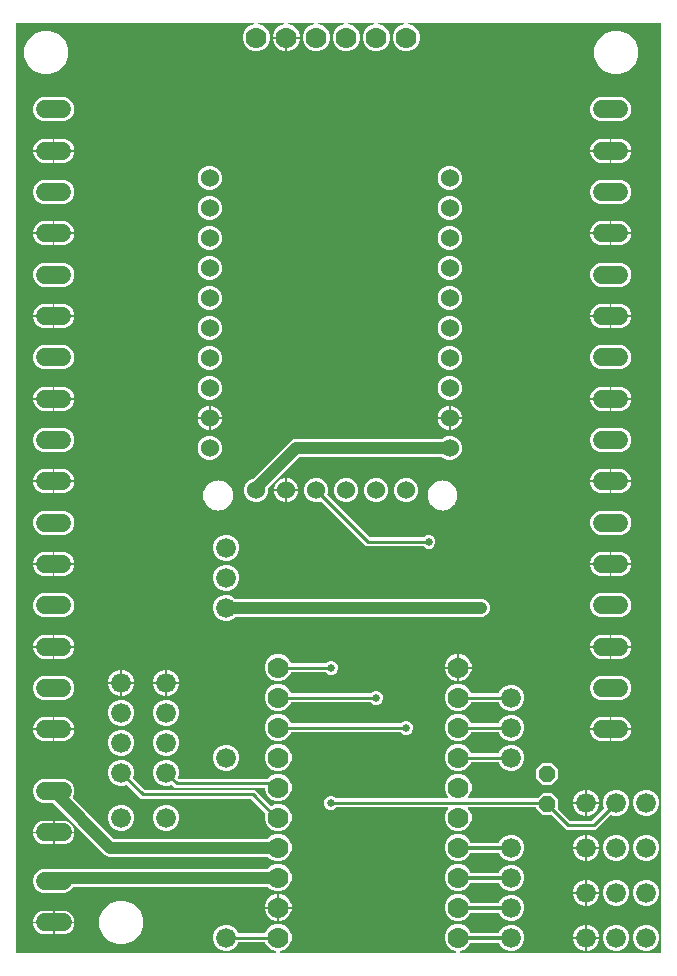
<source format=gbr>
G04 EAGLE Gerber RS-274X export*
G75*
%MOMM*%
%FSLAX34Y34*%
%LPD*%
%INBottom Copper*%
%IPPOS*%
%AMOC8*
5,1,8,0,0,1.08239X$1,22.5*%
G01*
G04 Define Apertures*
%ADD10C,1.508000*%
%ADD11C,1.524000*%
%ADD12P,1.429621X8X112.500000*%
%ADD13C,1.676400*%
%ADD14C,1.778000*%
%ADD15C,1.016000*%
%ADD16C,0.654800*%
%ADD17C,0.254000*%
%ADD18C,0.304800*%
G36*
X232290Y101650D02*
X232498Y101793D01*
X232634Y102006D01*
X232677Y102255D01*
X232619Y102501D01*
X232469Y102705D01*
X232285Y102822D01*
X227967Y104610D01*
X224752Y107825D01*
X223811Y110098D01*
X223670Y110308D01*
X223458Y110445D01*
X223224Y110490D01*
X201168Y110490D01*
X200920Y110440D01*
X200712Y110297D01*
X200581Y110098D01*
X199759Y108113D01*
X196687Y105041D01*
X192673Y103378D01*
X188327Y103378D01*
X184313Y105041D01*
X181241Y108113D01*
X179578Y112127D01*
X179578Y116473D01*
X181241Y120487D01*
X184313Y123559D01*
X188327Y125222D01*
X192673Y125222D01*
X196687Y123559D01*
X199759Y120487D01*
X200581Y118502D01*
X200723Y118292D01*
X200934Y118155D01*
X201168Y118110D01*
X223224Y118110D01*
X223472Y118160D01*
X223680Y118303D01*
X223811Y118502D01*
X224752Y120775D01*
X227967Y123990D01*
X232168Y125730D01*
X236716Y125730D01*
X240917Y123990D01*
X244132Y120775D01*
X245872Y116574D01*
X245872Y112026D01*
X244132Y107825D01*
X240917Y104610D01*
X236599Y102822D01*
X236389Y102680D01*
X236251Y102469D01*
X236207Y102220D01*
X236263Y101973D01*
X236411Y101768D01*
X236627Y101637D01*
X236842Y101600D01*
X384442Y101600D01*
X384690Y101650D01*
X384898Y101793D01*
X385034Y102006D01*
X385077Y102255D01*
X385019Y102501D01*
X384869Y102705D01*
X384685Y102822D01*
X380367Y104610D01*
X377152Y107825D01*
X375412Y112026D01*
X375412Y116574D01*
X377152Y120775D01*
X380367Y123990D01*
X384568Y125730D01*
X389116Y125730D01*
X393317Y123990D01*
X396532Y120775D01*
X397368Y118756D01*
X397509Y118546D01*
X397721Y118409D01*
X397955Y118364D01*
X421237Y118364D01*
X421485Y118414D01*
X421693Y118557D01*
X421824Y118756D01*
X422541Y120487D01*
X425613Y123559D01*
X429627Y125222D01*
X433973Y125222D01*
X437987Y123559D01*
X441059Y120487D01*
X442722Y116473D01*
X442722Y112127D01*
X441059Y108113D01*
X437987Y105041D01*
X433973Y103378D01*
X429627Y103378D01*
X425613Y105041D01*
X422541Y108113D01*
X421824Y109844D01*
X421683Y110054D01*
X421471Y110191D01*
X421237Y110236D01*
X397955Y110236D01*
X397707Y110186D01*
X397499Y110043D01*
X397368Y109844D01*
X396532Y107825D01*
X393317Y104610D01*
X388999Y102822D01*
X388789Y102680D01*
X388651Y102469D01*
X388607Y102220D01*
X388663Y101973D01*
X388811Y101768D01*
X389027Y101637D01*
X389242Y101600D01*
X558165Y101600D01*
X558413Y101650D01*
X558621Y101793D01*
X558757Y102006D01*
X558800Y102235D01*
X558800Y888365D01*
X558750Y888613D01*
X558607Y888821D01*
X558394Y888957D01*
X558165Y889000D01*
X345300Y889000D01*
X345052Y888950D01*
X344844Y888807D01*
X344708Y888594D01*
X344665Y888345D01*
X344723Y888099D01*
X344873Y887895D01*
X345057Y887778D01*
X349375Y885990D01*
X352590Y882775D01*
X354330Y878574D01*
X354330Y874026D01*
X352590Y869825D01*
X349375Y866610D01*
X345174Y864870D01*
X340626Y864870D01*
X336425Y866610D01*
X333210Y869825D01*
X331470Y874026D01*
X331470Y878574D01*
X333210Y882775D01*
X336425Y885990D01*
X340743Y887778D01*
X340953Y887920D01*
X341091Y888131D01*
X341135Y888380D01*
X341079Y888627D01*
X340931Y888832D01*
X340715Y888963D01*
X340500Y889000D01*
X319900Y889000D01*
X319652Y888950D01*
X319444Y888807D01*
X319308Y888594D01*
X319265Y888345D01*
X319323Y888099D01*
X319473Y887895D01*
X319657Y887778D01*
X323975Y885990D01*
X327190Y882775D01*
X328930Y878574D01*
X328930Y874026D01*
X327190Y869825D01*
X323975Y866610D01*
X319774Y864870D01*
X315226Y864870D01*
X311025Y866610D01*
X307810Y869825D01*
X306070Y874026D01*
X306070Y878574D01*
X307810Y882775D01*
X311025Y885990D01*
X315343Y887778D01*
X315553Y887920D01*
X315691Y888131D01*
X315735Y888380D01*
X315679Y888627D01*
X315531Y888832D01*
X315315Y888963D01*
X315100Y889000D01*
X294500Y889000D01*
X294252Y888950D01*
X294044Y888807D01*
X293908Y888594D01*
X293865Y888345D01*
X293923Y888099D01*
X294073Y887895D01*
X294257Y887778D01*
X298575Y885990D01*
X301790Y882775D01*
X303530Y878574D01*
X303530Y874026D01*
X301790Y869825D01*
X298575Y866610D01*
X294374Y864870D01*
X289826Y864870D01*
X285625Y866610D01*
X282410Y869825D01*
X280670Y874026D01*
X280670Y878574D01*
X282410Y882775D01*
X285625Y885990D01*
X289943Y887778D01*
X290153Y887920D01*
X290291Y888131D01*
X290335Y888380D01*
X290279Y888627D01*
X290131Y888832D01*
X289915Y888963D01*
X289700Y889000D01*
X269100Y889000D01*
X268852Y888950D01*
X268644Y888807D01*
X268508Y888594D01*
X268465Y888345D01*
X268523Y888099D01*
X268673Y887895D01*
X268857Y887778D01*
X273175Y885990D01*
X276390Y882775D01*
X278130Y878574D01*
X278130Y874026D01*
X276390Y869825D01*
X273175Y866610D01*
X268974Y864870D01*
X264426Y864870D01*
X260225Y866610D01*
X257010Y869825D01*
X255270Y874026D01*
X255270Y878574D01*
X257010Y882775D01*
X260225Y885990D01*
X264543Y887778D01*
X264753Y887920D01*
X264891Y888131D01*
X264935Y888380D01*
X264879Y888627D01*
X264731Y888832D01*
X264515Y888963D01*
X264300Y889000D01*
X243700Y889000D01*
X243452Y888950D01*
X243244Y888807D01*
X243108Y888594D01*
X243065Y888345D01*
X243123Y888099D01*
X243273Y887895D01*
X243457Y887778D01*
X247775Y885990D01*
X250990Y882775D01*
X252730Y878574D01*
X252730Y877062D01*
X229870Y877062D01*
X229870Y878574D01*
X231610Y882775D01*
X234825Y885990D01*
X239143Y887778D01*
X239353Y887920D01*
X239491Y888131D01*
X239535Y888380D01*
X239479Y888627D01*
X239331Y888832D01*
X239115Y888963D01*
X238900Y889000D01*
X218300Y889000D01*
X218052Y888950D01*
X217844Y888807D01*
X217708Y888594D01*
X217665Y888345D01*
X217723Y888099D01*
X217873Y887895D01*
X218057Y887778D01*
X222375Y885990D01*
X225590Y882775D01*
X227330Y878574D01*
X227330Y874026D01*
X225590Y869825D01*
X222375Y866610D01*
X218174Y864870D01*
X213626Y864870D01*
X209425Y866610D01*
X206210Y869825D01*
X204470Y874026D01*
X204470Y878574D01*
X206210Y882775D01*
X209425Y885990D01*
X213743Y887778D01*
X213953Y887920D01*
X214091Y888131D01*
X214135Y888380D01*
X214079Y888627D01*
X213931Y888832D01*
X213715Y888963D01*
X213500Y889000D01*
X13335Y889000D01*
X13087Y888950D01*
X12879Y888807D01*
X12743Y888594D01*
X12700Y888365D01*
X12700Y102235D01*
X12750Y101987D01*
X12893Y101779D01*
X13106Y101643D01*
X13335Y101600D01*
X232042Y101600D01*
X232290Y101650D01*
G37*
%LPC*%
G36*
X517037Y845185D02*
X510269Y847989D01*
X505089Y853169D01*
X502285Y859937D01*
X502285Y867263D01*
X505089Y874031D01*
X510269Y879211D01*
X517037Y882015D01*
X524363Y882015D01*
X531131Y879211D01*
X536311Y874031D01*
X539115Y867263D01*
X539115Y859937D01*
X536311Y853169D01*
X531131Y847989D01*
X524363Y845185D01*
X517037Y845185D01*
G37*
G36*
X34437Y845185D02*
X27669Y847989D01*
X22489Y853169D01*
X19685Y859937D01*
X19685Y867263D01*
X22489Y874031D01*
X27669Y879211D01*
X34437Y882015D01*
X41763Y882015D01*
X48531Y879211D01*
X53711Y874031D01*
X56515Y867263D01*
X56515Y859937D01*
X53711Y853169D01*
X48531Y847989D01*
X41763Y845185D01*
X34437Y845185D01*
G37*
G36*
X242062Y864870D02*
X242062Y875538D01*
X252730Y875538D01*
X252730Y874026D01*
X250990Y869825D01*
X247775Y866610D01*
X243574Y864870D01*
X242062Y864870D01*
G37*
G36*
X239026Y864870D02*
X234825Y866610D01*
X231610Y869825D01*
X229870Y874026D01*
X229870Y875538D01*
X240538Y875538D01*
X240538Y864870D01*
X239026Y864870D01*
G37*
G36*
X34855Y805620D02*
X31150Y807155D01*
X28315Y809990D01*
X26780Y813695D01*
X26780Y817705D01*
X28315Y821410D01*
X31150Y824245D01*
X34855Y825780D01*
X53945Y825780D01*
X57650Y824245D01*
X60485Y821410D01*
X62020Y817705D01*
X62020Y813695D01*
X60485Y809990D01*
X57650Y807155D01*
X53945Y805620D01*
X34855Y805620D01*
G37*
G36*
X506455Y805620D02*
X502750Y807155D01*
X499915Y809990D01*
X498380Y813695D01*
X498380Y817705D01*
X499915Y821410D01*
X502750Y824245D01*
X506455Y825780D01*
X525545Y825780D01*
X529250Y824245D01*
X532085Y821410D01*
X533620Y817705D01*
X533620Y813695D01*
X532085Y809990D01*
X529250Y807155D01*
X525545Y805620D01*
X506455Y805620D01*
G37*
G36*
X26780Y781462D02*
X26780Y782705D01*
X28315Y786410D01*
X31150Y789245D01*
X34855Y790780D01*
X43638Y790780D01*
X43638Y781462D01*
X26780Y781462D01*
G37*
G36*
X516762Y781462D02*
X516762Y790780D01*
X525545Y790780D01*
X529250Y789245D01*
X532085Y786410D01*
X533620Y782705D01*
X533620Y781462D01*
X516762Y781462D01*
G37*
G36*
X45162Y781462D02*
X45162Y790780D01*
X53945Y790780D01*
X57650Y789245D01*
X60485Y786410D01*
X62020Y782705D01*
X62020Y781462D01*
X45162Y781462D01*
G37*
G36*
X498380Y781462D02*
X498380Y782705D01*
X499915Y786410D01*
X502750Y789245D01*
X506455Y790780D01*
X515238Y790780D01*
X515238Y781462D01*
X498380Y781462D01*
G37*
G36*
X506455Y770620D02*
X502750Y772155D01*
X499915Y774990D01*
X498380Y778695D01*
X498380Y779938D01*
X515238Y779938D01*
X515238Y770620D01*
X506455Y770620D01*
G37*
G36*
X516762Y770620D02*
X516762Y779938D01*
X533620Y779938D01*
X533620Y778695D01*
X532085Y774990D01*
X529250Y772155D01*
X525545Y770620D01*
X516762Y770620D01*
G37*
G36*
X45162Y770620D02*
X45162Y779938D01*
X62020Y779938D01*
X62020Y778695D01*
X60485Y774990D01*
X57650Y772155D01*
X53945Y770620D01*
X45162Y770620D01*
G37*
G36*
X34855Y770620D02*
X31150Y772155D01*
X28315Y774990D01*
X26780Y778695D01*
X26780Y779938D01*
X43638Y779938D01*
X43638Y770620D01*
X34855Y770620D01*
G37*
G36*
X377701Y747250D02*
X373967Y748797D01*
X371109Y751655D01*
X369562Y755389D01*
X369562Y759431D01*
X371109Y763165D01*
X373967Y766023D01*
X377701Y767570D01*
X381743Y767570D01*
X385478Y766023D01*
X388336Y763165D01*
X389882Y759431D01*
X389882Y755389D01*
X388336Y751655D01*
X385478Y748797D01*
X381743Y747250D01*
X377701Y747250D01*
G37*
G36*
X174501Y747250D02*
X170767Y748797D01*
X167909Y751655D01*
X166362Y755389D01*
X166362Y759431D01*
X167909Y763165D01*
X170767Y766023D01*
X174501Y767570D01*
X178543Y767570D01*
X182278Y766023D01*
X185136Y763165D01*
X186682Y759431D01*
X186682Y755389D01*
X185136Y751655D01*
X182278Y748797D01*
X178543Y747250D01*
X174501Y747250D01*
G37*
G36*
X506455Y735620D02*
X502750Y737155D01*
X499915Y739990D01*
X498380Y743695D01*
X498380Y747705D01*
X499915Y751410D01*
X502750Y754245D01*
X506455Y755780D01*
X525545Y755780D01*
X529250Y754245D01*
X532085Y751410D01*
X533620Y747705D01*
X533620Y743695D01*
X532085Y739990D01*
X529250Y737155D01*
X525545Y735620D01*
X506455Y735620D01*
G37*
G36*
X34855Y735620D02*
X31150Y737155D01*
X28315Y739990D01*
X26780Y743695D01*
X26780Y747705D01*
X28315Y751410D01*
X31150Y754245D01*
X34855Y755780D01*
X53945Y755780D01*
X57650Y754245D01*
X60485Y751410D01*
X62020Y747705D01*
X62020Y743695D01*
X60485Y739990D01*
X57650Y737155D01*
X53945Y735620D01*
X34855Y735620D01*
G37*
G36*
X377701Y721850D02*
X373967Y723397D01*
X371109Y726255D01*
X369562Y729989D01*
X369562Y734031D01*
X371109Y737765D01*
X373967Y740623D01*
X377701Y742170D01*
X381743Y742170D01*
X385478Y740623D01*
X388336Y737765D01*
X389882Y734031D01*
X389882Y729989D01*
X388336Y726255D01*
X385478Y723397D01*
X381743Y721850D01*
X377701Y721850D01*
G37*
G36*
X174501Y721850D02*
X170767Y723397D01*
X167909Y726255D01*
X166362Y729989D01*
X166362Y734031D01*
X167909Y737765D01*
X170767Y740623D01*
X174501Y742170D01*
X178543Y742170D01*
X182278Y740623D01*
X185136Y737765D01*
X186682Y734031D01*
X186682Y729989D01*
X185136Y726255D01*
X182278Y723397D01*
X178543Y721850D01*
X174501Y721850D01*
G37*
G36*
X26780Y711462D02*
X26780Y712705D01*
X28315Y716410D01*
X31150Y719245D01*
X34855Y720780D01*
X43638Y720780D01*
X43638Y711462D01*
X26780Y711462D01*
G37*
G36*
X498380Y711462D02*
X498380Y712705D01*
X499915Y716410D01*
X502750Y719245D01*
X506455Y720780D01*
X515238Y720780D01*
X515238Y711462D01*
X498380Y711462D01*
G37*
G36*
X516762Y711462D02*
X516762Y720780D01*
X525545Y720780D01*
X529250Y719245D01*
X532085Y716410D01*
X533620Y712705D01*
X533620Y711462D01*
X516762Y711462D01*
G37*
G36*
X45162Y711462D02*
X45162Y720780D01*
X53945Y720780D01*
X57650Y719245D01*
X60485Y716410D01*
X62020Y712705D01*
X62020Y711462D01*
X45162Y711462D01*
G37*
G36*
X174501Y696450D02*
X170767Y697997D01*
X167909Y700855D01*
X166362Y704589D01*
X166362Y708631D01*
X167909Y712365D01*
X170767Y715223D01*
X174501Y716770D01*
X178543Y716770D01*
X182278Y715223D01*
X185136Y712365D01*
X186682Y708631D01*
X186682Y704589D01*
X185136Y700855D01*
X182278Y697997D01*
X178543Y696450D01*
X174501Y696450D01*
G37*
G36*
X377701Y696450D02*
X373967Y697997D01*
X371109Y700855D01*
X369562Y704589D01*
X369562Y708631D01*
X371109Y712365D01*
X373967Y715223D01*
X377701Y716770D01*
X381743Y716770D01*
X385478Y715223D01*
X388336Y712365D01*
X389882Y708631D01*
X389882Y704589D01*
X388336Y700855D01*
X385478Y697997D01*
X381743Y696450D01*
X377701Y696450D01*
G37*
G36*
X34855Y700620D02*
X31150Y702155D01*
X28315Y704990D01*
X26780Y708695D01*
X26780Y709938D01*
X43638Y709938D01*
X43638Y700620D01*
X34855Y700620D01*
G37*
G36*
X45162Y700620D02*
X45162Y709938D01*
X62020Y709938D01*
X62020Y708695D01*
X60485Y704990D01*
X57650Y702155D01*
X53945Y700620D01*
X45162Y700620D01*
G37*
G36*
X516762Y700620D02*
X516762Y709938D01*
X533620Y709938D01*
X533620Y708695D01*
X532085Y704990D01*
X529250Y702155D01*
X525545Y700620D01*
X516762Y700620D01*
G37*
G36*
X506455Y700620D02*
X502750Y702155D01*
X499915Y704990D01*
X498380Y708695D01*
X498380Y709938D01*
X515238Y709938D01*
X515238Y700620D01*
X506455Y700620D01*
G37*
G36*
X377701Y671050D02*
X373967Y672597D01*
X371109Y675455D01*
X369562Y679189D01*
X369562Y683231D01*
X371109Y686965D01*
X373967Y689823D01*
X377701Y691370D01*
X381743Y691370D01*
X385478Y689823D01*
X388336Y686965D01*
X389882Y683231D01*
X389882Y679189D01*
X388336Y675455D01*
X385478Y672597D01*
X381743Y671050D01*
X377701Y671050D01*
G37*
G36*
X174501Y671050D02*
X170767Y672597D01*
X167909Y675455D01*
X166362Y679189D01*
X166362Y683231D01*
X167909Y686965D01*
X170767Y689823D01*
X174501Y691370D01*
X178543Y691370D01*
X182278Y689823D01*
X185136Y686965D01*
X186682Y683231D01*
X186682Y679189D01*
X185136Y675455D01*
X182278Y672597D01*
X178543Y671050D01*
X174501Y671050D01*
G37*
G36*
X34855Y665620D02*
X31150Y667155D01*
X28315Y669990D01*
X26780Y673695D01*
X26780Y677705D01*
X28315Y681410D01*
X31150Y684245D01*
X34855Y685780D01*
X53945Y685780D01*
X57650Y684245D01*
X60485Y681410D01*
X62020Y677705D01*
X62020Y673695D01*
X60485Y669990D01*
X57650Y667155D01*
X53945Y665620D01*
X34855Y665620D01*
G37*
G36*
X506455Y665620D02*
X502750Y667155D01*
X499915Y669990D01*
X498380Y673695D01*
X498380Y677705D01*
X499915Y681410D01*
X502750Y684245D01*
X506455Y685780D01*
X525545Y685780D01*
X529250Y684245D01*
X532085Y681410D01*
X533620Y677705D01*
X533620Y673695D01*
X532085Y669990D01*
X529250Y667155D01*
X525545Y665620D01*
X506455Y665620D01*
G37*
G36*
X174501Y645650D02*
X170767Y647197D01*
X167909Y650055D01*
X166362Y653789D01*
X166362Y657831D01*
X167909Y661565D01*
X170767Y664423D01*
X174501Y665970D01*
X178543Y665970D01*
X182278Y664423D01*
X185136Y661565D01*
X186682Y657831D01*
X186682Y653789D01*
X185136Y650055D01*
X182278Y647197D01*
X178543Y645650D01*
X174501Y645650D01*
G37*
G36*
X377701Y645650D02*
X373967Y647197D01*
X371109Y650055D01*
X369562Y653789D01*
X369562Y657831D01*
X371109Y661565D01*
X373967Y664423D01*
X377701Y665970D01*
X381743Y665970D01*
X385478Y664423D01*
X388336Y661565D01*
X389882Y657831D01*
X389882Y653789D01*
X388336Y650055D01*
X385478Y647197D01*
X381743Y645650D01*
X377701Y645650D01*
G37*
G36*
X498380Y641462D02*
X498380Y642705D01*
X499915Y646410D01*
X502750Y649245D01*
X506455Y650780D01*
X515238Y650780D01*
X515238Y641462D01*
X498380Y641462D01*
G37*
G36*
X26780Y641462D02*
X26780Y642705D01*
X28315Y646410D01*
X31150Y649245D01*
X34855Y650780D01*
X43638Y650780D01*
X43638Y641462D01*
X26780Y641462D01*
G37*
G36*
X45162Y641462D02*
X45162Y650780D01*
X53945Y650780D01*
X57650Y649245D01*
X60485Y646410D01*
X62020Y642705D01*
X62020Y641462D01*
X45162Y641462D01*
G37*
G36*
X516762Y641462D02*
X516762Y650780D01*
X525545Y650780D01*
X529250Y649245D01*
X532085Y646410D01*
X533620Y642705D01*
X533620Y641462D01*
X516762Y641462D01*
G37*
G36*
X174501Y620250D02*
X170767Y621797D01*
X167909Y624655D01*
X166362Y628389D01*
X166362Y632431D01*
X167909Y636165D01*
X170767Y639023D01*
X174501Y640570D01*
X178543Y640570D01*
X182278Y639023D01*
X185136Y636165D01*
X186682Y632431D01*
X186682Y628389D01*
X185136Y624655D01*
X182278Y621797D01*
X178543Y620250D01*
X174501Y620250D01*
G37*
G36*
X377701Y620250D02*
X373967Y621797D01*
X371109Y624655D01*
X369562Y628389D01*
X369562Y632431D01*
X371109Y636165D01*
X373967Y639023D01*
X377701Y640570D01*
X381743Y640570D01*
X385478Y639023D01*
X388336Y636165D01*
X389882Y632431D01*
X389882Y628389D01*
X388336Y624655D01*
X385478Y621797D01*
X381743Y620250D01*
X377701Y620250D01*
G37*
G36*
X45162Y630620D02*
X45162Y639938D01*
X62020Y639938D01*
X62020Y638695D01*
X60485Y634990D01*
X57650Y632155D01*
X53945Y630620D01*
X45162Y630620D01*
G37*
G36*
X516762Y630620D02*
X516762Y639938D01*
X533620Y639938D01*
X533620Y638695D01*
X532085Y634990D01*
X529250Y632155D01*
X525545Y630620D01*
X516762Y630620D01*
G37*
G36*
X506455Y630620D02*
X502750Y632155D01*
X499915Y634990D01*
X498380Y638695D01*
X498380Y639938D01*
X515238Y639938D01*
X515238Y630620D01*
X506455Y630620D01*
G37*
G36*
X34855Y630620D02*
X31150Y632155D01*
X28315Y634990D01*
X26780Y638695D01*
X26780Y639938D01*
X43638Y639938D01*
X43638Y630620D01*
X34855Y630620D01*
G37*
G36*
X506455Y595620D02*
X502750Y597155D01*
X499915Y599990D01*
X498380Y603695D01*
X498380Y607705D01*
X499915Y611410D01*
X502750Y614245D01*
X506455Y615780D01*
X525545Y615780D01*
X529250Y614245D01*
X532085Y611410D01*
X533620Y607705D01*
X533620Y603695D01*
X532085Y599990D01*
X529250Y597155D01*
X525545Y595620D01*
X506455Y595620D01*
G37*
G36*
X34855Y595620D02*
X31150Y597155D01*
X28315Y599990D01*
X26780Y603695D01*
X26780Y607705D01*
X28315Y611410D01*
X31150Y614245D01*
X34855Y615780D01*
X53945Y615780D01*
X57650Y614245D01*
X60485Y611410D01*
X62020Y607705D01*
X62020Y603695D01*
X60485Y599990D01*
X57650Y597155D01*
X53945Y595620D01*
X34855Y595620D01*
G37*
G36*
X377701Y594850D02*
X373967Y596397D01*
X371109Y599255D01*
X369562Y602989D01*
X369562Y607031D01*
X371109Y610765D01*
X373967Y613623D01*
X377701Y615170D01*
X381743Y615170D01*
X385478Y613623D01*
X388336Y610765D01*
X389882Y607031D01*
X389882Y602989D01*
X388336Y599255D01*
X385478Y596397D01*
X381743Y594850D01*
X377701Y594850D01*
G37*
G36*
X174501Y594850D02*
X170767Y596397D01*
X167909Y599255D01*
X166362Y602989D01*
X166362Y607031D01*
X167909Y610765D01*
X170767Y613623D01*
X174501Y615170D01*
X178543Y615170D01*
X182278Y613623D01*
X185136Y610765D01*
X186682Y607031D01*
X186682Y602989D01*
X185136Y599255D01*
X182278Y596397D01*
X178543Y594850D01*
X174501Y594850D01*
G37*
G36*
X377701Y569450D02*
X373967Y570997D01*
X371109Y573855D01*
X369562Y577589D01*
X369562Y581631D01*
X371109Y585365D01*
X373967Y588223D01*
X377701Y589770D01*
X381743Y589770D01*
X385478Y588223D01*
X388336Y585365D01*
X389882Y581631D01*
X389882Y577589D01*
X388336Y573855D01*
X385478Y570997D01*
X381743Y569450D01*
X377701Y569450D01*
G37*
G36*
X174501Y569450D02*
X170767Y570997D01*
X167909Y573855D01*
X166362Y577589D01*
X166362Y581631D01*
X167909Y585365D01*
X170767Y588223D01*
X174501Y589770D01*
X178543Y589770D01*
X182278Y588223D01*
X185136Y585365D01*
X186682Y581631D01*
X186682Y577589D01*
X185136Y573855D01*
X182278Y570997D01*
X178543Y569450D01*
X174501Y569450D01*
G37*
G36*
X498380Y571462D02*
X498380Y572705D01*
X499915Y576410D01*
X502750Y579245D01*
X506455Y580780D01*
X515238Y580780D01*
X515238Y571462D01*
X498380Y571462D01*
G37*
G36*
X26780Y571462D02*
X26780Y572705D01*
X28315Y576410D01*
X31150Y579245D01*
X34855Y580780D01*
X43638Y580780D01*
X43638Y571462D01*
X26780Y571462D01*
G37*
G36*
X45162Y571462D02*
X45162Y580780D01*
X53945Y580780D01*
X57650Y579245D01*
X60485Y576410D01*
X62020Y572705D01*
X62020Y571462D01*
X45162Y571462D01*
G37*
G36*
X516762Y571462D02*
X516762Y580780D01*
X525545Y580780D01*
X529250Y579245D01*
X532085Y576410D01*
X533620Y572705D01*
X533620Y571462D01*
X516762Y571462D01*
G37*
G36*
X34855Y560620D02*
X31150Y562155D01*
X28315Y564990D01*
X26780Y568695D01*
X26780Y569938D01*
X43638Y569938D01*
X43638Y560620D01*
X34855Y560620D01*
G37*
G36*
X45162Y560620D02*
X45162Y569938D01*
X62020Y569938D01*
X62020Y568695D01*
X60485Y564990D01*
X57650Y562155D01*
X53945Y560620D01*
X45162Y560620D01*
G37*
G36*
X516762Y560620D02*
X516762Y569938D01*
X533620Y569938D01*
X533620Y568695D01*
X532085Y564990D01*
X529250Y562155D01*
X525545Y560620D01*
X516762Y560620D01*
G37*
G36*
X506455Y560620D02*
X502750Y562155D01*
X499915Y564990D01*
X498380Y568695D01*
X498380Y569938D01*
X515238Y569938D01*
X515238Y560620D01*
X506455Y560620D01*
G37*
G36*
X166362Y554972D02*
X166362Y556231D01*
X167909Y559965D01*
X170767Y562823D01*
X174501Y564370D01*
X175760Y564370D01*
X175760Y554972D01*
X166362Y554972D01*
G37*
G36*
X380484Y554972D02*
X380484Y564370D01*
X381743Y564370D01*
X385478Y562823D01*
X388336Y559965D01*
X389882Y556231D01*
X389882Y554972D01*
X380484Y554972D01*
G37*
G36*
X177284Y554972D02*
X177284Y564370D01*
X178543Y564370D01*
X182278Y562823D01*
X185136Y559965D01*
X186682Y556231D01*
X186682Y554972D01*
X177284Y554972D01*
G37*
G36*
X369562Y554972D02*
X369562Y556231D01*
X371109Y559965D01*
X373967Y562823D01*
X377701Y564370D01*
X378960Y564370D01*
X378960Y554972D01*
X369562Y554972D01*
G37*
G36*
X377701Y544050D02*
X373967Y545597D01*
X371109Y548455D01*
X369562Y552189D01*
X369562Y553448D01*
X378960Y553448D01*
X378960Y544050D01*
X377701Y544050D01*
G37*
G36*
X380484Y544050D02*
X380484Y553448D01*
X389882Y553448D01*
X389882Y552189D01*
X388336Y548455D01*
X385478Y545597D01*
X381743Y544050D01*
X380484Y544050D01*
G37*
G36*
X177284Y544050D02*
X177284Y553448D01*
X186682Y553448D01*
X186682Y552189D01*
X185136Y548455D01*
X182278Y545597D01*
X178543Y544050D01*
X177284Y544050D01*
G37*
G36*
X174501Y544050D02*
X170767Y545597D01*
X167909Y548455D01*
X166362Y552189D01*
X166362Y553448D01*
X175760Y553448D01*
X175760Y544050D01*
X174501Y544050D01*
G37*
G36*
X34855Y525620D02*
X31150Y527155D01*
X28315Y529990D01*
X26780Y533695D01*
X26780Y537705D01*
X28315Y541410D01*
X31150Y544245D01*
X34855Y545780D01*
X53945Y545780D01*
X57650Y544245D01*
X60485Y541410D01*
X62020Y537705D01*
X62020Y533695D01*
X60485Y529990D01*
X57650Y527155D01*
X53945Y525620D01*
X34855Y525620D01*
G37*
G36*
X506455Y525620D02*
X502750Y527155D01*
X499915Y529990D01*
X498380Y533695D01*
X498380Y537705D01*
X499915Y541410D01*
X502750Y544245D01*
X506455Y545780D01*
X525545Y545780D01*
X529250Y544245D01*
X532085Y541410D01*
X533620Y537705D01*
X533620Y533695D01*
X532085Y529990D01*
X529250Y527155D01*
X525545Y525620D01*
X506455Y525620D01*
G37*
G36*
X174501Y518650D02*
X170767Y520197D01*
X167909Y523055D01*
X166362Y526789D01*
X166362Y530831D01*
X167909Y534565D01*
X170767Y537423D01*
X174501Y538970D01*
X178543Y538970D01*
X182278Y537423D01*
X185136Y534565D01*
X186682Y530831D01*
X186682Y526789D01*
X185136Y523055D01*
X182278Y520197D01*
X178543Y518650D01*
X174501Y518650D01*
G37*
G36*
X213871Y483090D02*
X210137Y484637D01*
X207279Y487495D01*
X205732Y491229D01*
X205732Y495271D01*
X207279Y499005D01*
X210137Y501863D01*
X212666Y502911D01*
X212872Y503048D01*
X245094Y535270D01*
X247894Y536430D01*
X372711Y536430D01*
X372959Y536480D01*
X373160Y536616D01*
X373967Y537423D01*
X377701Y538970D01*
X381743Y538970D01*
X385478Y537423D01*
X388336Y534565D01*
X389882Y530831D01*
X389882Y526789D01*
X388336Y523055D01*
X385478Y520197D01*
X381743Y518650D01*
X377701Y518650D01*
X373967Y520197D01*
X373160Y521004D01*
X372949Y521144D01*
X372711Y521190D01*
X252829Y521190D01*
X252582Y521140D01*
X252380Y521004D01*
X226238Y494862D01*
X226099Y494651D01*
X226052Y494413D01*
X226052Y491229D01*
X224506Y487495D01*
X221648Y484637D01*
X217913Y483090D01*
X213871Y483090D01*
G37*
G36*
X498380Y501462D02*
X498380Y502705D01*
X499915Y506410D01*
X502750Y509245D01*
X506455Y510780D01*
X515238Y510780D01*
X515238Y501462D01*
X498380Y501462D01*
G37*
G36*
X26780Y501462D02*
X26780Y502705D01*
X28315Y506410D01*
X31150Y509245D01*
X34855Y510780D01*
X43638Y510780D01*
X43638Y501462D01*
X26780Y501462D01*
G37*
G36*
X45162Y501462D02*
X45162Y510780D01*
X53945Y510780D01*
X57650Y509245D01*
X60485Y506410D01*
X62020Y502705D01*
X62020Y501462D01*
X45162Y501462D01*
G37*
G36*
X516762Y501462D02*
X516762Y510780D01*
X525545Y510780D01*
X529250Y509245D01*
X532085Y506410D01*
X533620Y502705D01*
X533620Y501462D01*
X516762Y501462D01*
G37*
G36*
X340871Y483090D02*
X337137Y484637D01*
X334279Y487495D01*
X332732Y491229D01*
X332732Y495271D01*
X334279Y499005D01*
X337137Y501863D01*
X340871Y503410D01*
X344913Y503410D01*
X348648Y501863D01*
X351506Y499005D01*
X353052Y495271D01*
X353052Y491229D01*
X351506Y487495D01*
X348648Y484637D01*
X344913Y483090D01*
X340871Y483090D01*
G37*
G36*
X360794Y443766D02*
X358657Y444651D01*
X357724Y445584D01*
X357513Y445724D01*
X357275Y445770D01*
X308784Y445770D01*
X270958Y483596D01*
X270748Y483735D01*
X270499Y483782D01*
X270266Y483733D01*
X268713Y483090D01*
X264671Y483090D01*
X260937Y484637D01*
X258079Y487495D01*
X256532Y491229D01*
X256532Y495271D01*
X258079Y499005D01*
X260937Y501863D01*
X264671Y503410D01*
X268713Y503410D01*
X272448Y501863D01*
X275306Y499005D01*
X276852Y495271D01*
X276852Y491229D01*
X276209Y489676D01*
X276161Y489428D01*
X276213Y489181D01*
X276347Y488984D01*
X311755Y453576D01*
X311965Y453436D01*
X312204Y453390D01*
X357275Y453390D01*
X357522Y453440D01*
X357724Y453576D01*
X358657Y454509D01*
X360794Y455394D01*
X363107Y455394D01*
X365243Y454509D01*
X366879Y452873D01*
X367764Y450737D01*
X367764Y448424D01*
X366879Y446287D01*
X365243Y444651D01*
X363107Y443766D01*
X360794Y443766D01*
G37*
G36*
X290071Y483090D02*
X286337Y484637D01*
X283479Y487495D01*
X281932Y491229D01*
X281932Y495271D01*
X283479Y499005D01*
X286337Y501863D01*
X290071Y503410D01*
X294113Y503410D01*
X297848Y501863D01*
X300706Y499005D01*
X302252Y495271D01*
X302252Y491229D01*
X300706Y487495D01*
X297848Y484637D01*
X294113Y483090D01*
X290071Y483090D01*
G37*
G36*
X315471Y483090D02*
X311737Y484637D01*
X308879Y487495D01*
X307332Y491229D01*
X307332Y495271D01*
X308879Y499005D01*
X311737Y501863D01*
X315471Y503410D01*
X319513Y503410D01*
X323248Y501863D01*
X326106Y499005D01*
X327652Y495271D01*
X327652Y491229D01*
X326106Y487495D01*
X323248Y484637D01*
X319513Y483090D01*
X315471Y483090D01*
G37*
G36*
X231132Y494012D02*
X231132Y495271D01*
X232679Y499005D01*
X235537Y501863D01*
X239271Y503410D01*
X240530Y503410D01*
X240530Y494012D01*
X231132Y494012D01*
G37*
G36*
X242054Y494012D02*
X242054Y503410D01*
X243313Y503410D01*
X247048Y501863D01*
X249906Y499005D01*
X251452Y495271D01*
X251452Y494012D01*
X242054Y494012D01*
G37*
G36*
X372349Y476294D02*
X372208Y476310D01*
X371198Y476310D01*
X369920Y476839D01*
X369819Y476872D01*
X368111Y477261D01*
X367328Y477886D01*
X367175Y477976D01*
X366589Y478219D01*
X365348Y479460D01*
X365295Y479507D01*
X363636Y480830D01*
X363365Y481392D01*
X363242Y481566D01*
X363061Y481747D01*
X362248Y483710D01*
X362234Y483742D01*
X361152Y485988D01*
X361152Y491712D01*
X362234Y493958D01*
X362248Y493990D01*
X363061Y495953D01*
X363242Y496134D01*
X363365Y496308D01*
X363636Y496870D01*
X365295Y498193D01*
X365348Y498240D01*
X366589Y499481D01*
X367175Y499724D01*
X367328Y499814D01*
X368111Y500439D01*
X369819Y500828D01*
X369920Y500861D01*
X371198Y501390D01*
X372208Y501390D01*
X372349Y501406D01*
X373692Y501712D01*
X375035Y501406D01*
X375177Y501390D01*
X376187Y501390D01*
X377464Y500861D01*
X377566Y500828D01*
X379273Y500439D01*
X380057Y499814D01*
X380210Y499724D01*
X380796Y499481D01*
X382036Y498240D01*
X382089Y498193D01*
X383749Y496870D01*
X384019Y496308D01*
X384142Y496134D01*
X384323Y495953D01*
X385136Y493990D01*
X385151Y493958D01*
X386232Y491712D01*
X386232Y485988D01*
X385151Y483742D01*
X385136Y483710D01*
X384323Y481747D01*
X384142Y481566D01*
X384019Y481392D01*
X383749Y480830D01*
X382089Y479507D01*
X382036Y479460D01*
X380796Y478219D01*
X380210Y477976D01*
X380057Y477886D01*
X379273Y477261D01*
X377566Y476872D01*
X377464Y476839D01*
X376187Y476310D01*
X375177Y476310D01*
X375035Y476294D01*
X373692Y475988D01*
X372349Y476294D01*
G37*
G36*
X182349Y476294D02*
X182208Y476310D01*
X181198Y476310D01*
X179920Y476839D01*
X179819Y476872D01*
X178111Y477261D01*
X177328Y477886D01*
X177175Y477976D01*
X176589Y478219D01*
X175348Y479460D01*
X175295Y479507D01*
X173636Y480830D01*
X173365Y481392D01*
X173242Y481566D01*
X173061Y481747D01*
X172248Y483710D01*
X172234Y483742D01*
X171152Y485988D01*
X171152Y491712D01*
X172234Y493958D01*
X172248Y493990D01*
X173061Y495953D01*
X173242Y496134D01*
X173365Y496308D01*
X173636Y496870D01*
X175295Y498193D01*
X175348Y498240D01*
X176589Y499481D01*
X177175Y499724D01*
X177328Y499814D01*
X178111Y500439D01*
X179819Y500828D01*
X179920Y500861D01*
X181198Y501390D01*
X182208Y501390D01*
X182349Y501406D01*
X183692Y501712D01*
X185035Y501406D01*
X185177Y501390D01*
X186187Y501390D01*
X187464Y500861D01*
X187566Y500828D01*
X189273Y500439D01*
X190057Y499814D01*
X190210Y499724D01*
X190796Y499481D01*
X192036Y498240D01*
X192089Y498193D01*
X193749Y496870D01*
X194019Y496308D01*
X194142Y496134D01*
X194323Y495953D01*
X195136Y493990D01*
X195151Y493958D01*
X196232Y491712D01*
X196232Y485988D01*
X195151Y483742D01*
X195136Y483710D01*
X194323Y481747D01*
X194142Y481566D01*
X194019Y481392D01*
X193749Y480830D01*
X192089Y479507D01*
X192036Y479460D01*
X190796Y478219D01*
X190210Y477976D01*
X190057Y477886D01*
X189273Y477261D01*
X187566Y476872D01*
X187464Y476839D01*
X186187Y476310D01*
X185177Y476310D01*
X185035Y476294D01*
X183692Y475988D01*
X182349Y476294D01*
G37*
G36*
X45162Y490620D02*
X45162Y499938D01*
X62020Y499938D01*
X62020Y498695D01*
X60485Y494990D01*
X57650Y492155D01*
X53945Y490620D01*
X45162Y490620D01*
G37*
G36*
X34855Y490620D02*
X31150Y492155D01*
X28315Y494990D01*
X26780Y498695D01*
X26780Y499938D01*
X43638Y499938D01*
X43638Y490620D01*
X34855Y490620D01*
G37*
G36*
X506455Y490620D02*
X502750Y492155D01*
X499915Y494990D01*
X498380Y498695D01*
X498380Y499938D01*
X515238Y499938D01*
X515238Y490620D01*
X506455Y490620D01*
G37*
G36*
X516762Y490620D02*
X516762Y499938D01*
X533620Y499938D01*
X533620Y498695D01*
X532085Y494990D01*
X529250Y492155D01*
X525545Y490620D01*
X516762Y490620D01*
G37*
G36*
X242054Y483090D02*
X242054Y492488D01*
X251452Y492488D01*
X251452Y491229D01*
X249906Y487495D01*
X247048Y484637D01*
X243313Y483090D01*
X242054Y483090D01*
G37*
G36*
X239271Y483090D02*
X235537Y484637D01*
X232679Y487495D01*
X231132Y491229D01*
X231132Y492488D01*
X240530Y492488D01*
X240530Y483090D01*
X239271Y483090D01*
G37*
G36*
X506455Y455620D02*
X502750Y457155D01*
X499915Y459990D01*
X498380Y463695D01*
X498380Y467705D01*
X499915Y471410D01*
X502750Y474245D01*
X506455Y475780D01*
X525545Y475780D01*
X529250Y474245D01*
X532085Y471410D01*
X533620Y467705D01*
X533620Y463695D01*
X532085Y459990D01*
X529250Y457155D01*
X525545Y455620D01*
X506455Y455620D01*
G37*
G36*
X34855Y455620D02*
X31150Y457155D01*
X28315Y459990D01*
X26780Y463695D01*
X26780Y467705D01*
X28315Y471410D01*
X31150Y474245D01*
X34855Y475780D01*
X53945Y475780D01*
X57650Y474245D01*
X60485Y471410D01*
X62020Y467705D01*
X62020Y463695D01*
X60485Y459990D01*
X57650Y457155D01*
X53945Y455620D01*
X34855Y455620D01*
G37*
G36*
X188327Y433578D02*
X184313Y435241D01*
X181241Y438313D01*
X179578Y442327D01*
X179578Y446673D01*
X181241Y450687D01*
X184313Y453759D01*
X188327Y455422D01*
X192673Y455422D01*
X196687Y453759D01*
X199759Y450687D01*
X201422Y446673D01*
X201422Y442327D01*
X199759Y438313D01*
X196687Y435241D01*
X192673Y433578D01*
X188327Y433578D01*
G37*
G36*
X516762Y431462D02*
X516762Y440780D01*
X525545Y440780D01*
X529250Y439245D01*
X532085Y436410D01*
X533620Y432705D01*
X533620Y431462D01*
X516762Y431462D01*
G37*
G36*
X45162Y431462D02*
X45162Y440780D01*
X53945Y440780D01*
X57650Y439245D01*
X60485Y436410D01*
X62020Y432705D01*
X62020Y431462D01*
X45162Y431462D01*
G37*
G36*
X26780Y431462D02*
X26780Y432705D01*
X28315Y436410D01*
X31150Y439245D01*
X34855Y440780D01*
X43638Y440780D01*
X43638Y431462D01*
X26780Y431462D01*
G37*
G36*
X498380Y431462D02*
X498380Y432705D01*
X499915Y436410D01*
X502750Y439245D01*
X506455Y440780D01*
X515238Y440780D01*
X515238Y431462D01*
X498380Y431462D01*
G37*
G36*
X188327Y408178D02*
X184313Y409841D01*
X181241Y412913D01*
X179578Y416927D01*
X179578Y421273D01*
X181241Y425287D01*
X184313Y428359D01*
X188327Y430022D01*
X192673Y430022D01*
X196687Y428359D01*
X199759Y425287D01*
X201422Y421273D01*
X201422Y416927D01*
X199759Y412913D01*
X196687Y409841D01*
X192673Y408178D01*
X188327Y408178D01*
G37*
G36*
X516762Y420620D02*
X516762Y429938D01*
X533620Y429938D01*
X533620Y428695D01*
X532085Y424990D01*
X529250Y422155D01*
X525545Y420620D01*
X516762Y420620D01*
G37*
G36*
X506455Y420620D02*
X502750Y422155D01*
X499915Y424990D01*
X498380Y428695D01*
X498380Y429938D01*
X515238Y429938D01*
X515238Y420620D01*
X506455Y420620D01*
G37*
G36*
X45162Y420620D02*
X45162Y429938D01*
X62020Y429938D01*
X62020Y428695D01*
X60485Y424990D01*
X57650Y422155D01*
X53945Y420620D01*
X45162Y420620D01*
G37*
G36*
X34855Y420620D02*
X31150Y422155D01*
X28315Y424990D01*
X26780Y428695D01*
X26780Y429938D01*
X43638Y429938D01*
X43638Y420620D01*
X34855Y420620D01*
G37*
G36*
X34855Y385620D02*
X31150Y387155D01*
X28315Y389990D01*
X26780Y393695D01*
X26780Y397705D01*
X28315Y401410D01*
X31150Y404245D01*
X34855Y405780D01*
X53945Y405780D01*
X57650Y404245D01*
X60485Y401410D01*
X62020Y397705D01*
X62020Y393695D01*
X60485Y389990D01*
X57650Y387155D01*
X53945Y385620D01*
X34855Y385620D01*
G37*
G36*
X506455Y385620D02*
X502750Y387155D01*
X499915Y389990D01*
X498380Y393695D01*
X498380Y397705D01*
X499915Y401410D01*
X502750Y404245D01*
X506455Y405780D01*
X525545Y405780D01*
X529250Y404245D01*
X532085Y401410D01*
X533620Y397705D01*
X533620Y393695D01*
X532085Y389990D01*
X529250Y387155D01*
X525545Y385620D01*
X506455Y385620D01*
G37*
G36*
X188327Y382778D02*
X184313Y384441D01*
X181241Y387513D01*
X179578Y391527D01*
X179578Y395873D01*
X181241Y399887D01*
X184313Y402959D01*
X188327Y404622D01*
X192673Y404622D01*
X196687Y402959D01*
X198140Y401506D01*
X198351Y401366D01*
X198589Y401320D01*
X407916Y401320D01*
X410716Y400160D01*
X412860Y398016D01*
X414020Y395216D01*
X414020Y392184D01*
X412860Y389384D01*
X410716Y387240D01*
X407916Y386080D01*
X198589Y386080D01*
X198341Y386030D01*
X198140Y385894D01*
X196687Y384441D01*
X192673Y382778D01*
X188327Y382778D01*
G37*
G36*
X498380Y361462D02*
X498380Y362705D01*
X499915Y366410D01*
X502750Y369245D01*
X506455Y370780D01*
X515238Y370780D01*
X515238Y361462D01*
X498380Y361462D01*
G37*
G36*
X26780Y361462D02*
X26780Y362705D01*
X28315Y366410D01*
X31150Y369245D01*
X34855Y370780D01*
X43638Y370780D01*
X43638Y361462D01*
X26780Y361462D01*
G37*
G36*
X45162Y361462D02*
X45162Y370780D01*
X53945Y370780D01*
X57650Y369245D01*
X60485Y366410D01*
X62020Y362705D01*
X62020Y361462D01*
X45162Y361462D01*
G37*
G36*
X516762Y361462D02*
X516762Y370780D01*
X525545Y370780D01*
X529250Y369245D01*
X532085Y366410D01*
X533620Y362705D01*
X533620Y361462D01*
X516762Y361462D01*
G37*
G36*
X516762Y350620D02*
X516762Y359938D01*
X533620Y359938D01*
X533620Y358695D01*
X532085Y354990D01*
X529250Y352155D01*
X525545Y350620D01*
X516762Y350620D01*
G37*
G36*
X506455Y350620D02*
X502750Y352155D01*
X499915Y354990D01*
X498380Y358695D01*
X498380Y359938D01*
X515238Y359938D01*
X515238Y350620D01*
X506455Y350620D01*
G37*
G36*
X45162Y350620D02*
X45162Y359938D01*
X62020Y359938D01*
X62020Y358695D01*
X60485Y354990D01*
X57650Y352155D01*
X53945Y350620D01*
X45162Y350620D01*
G37*
G36*
X34855Y350620D02*
X31150Y352155D01*
X28315Y354990D01*
X26780Y358695D01*
X26780Y359938D01*
X43638Y359938D01*
X43638Y350620D01*
X34855Y350620D01*
G37*
G36*
X232168Y331470D02*
X227967Y333210D01*
X224752Y336425D01*
X223012Y340626D01*
X223012Y345174D01*
X224752Y349375D01*
X227967Y352590D01*
X232168Y354330D01*
X236716Y354330D01*
X240917Y352590D01*
X244132Y349375D01*
X245073Y347102D01*
X245214Y346892D01*
X245426Y346755D01*
X245660Y346710D01*
X274725Y346710D01*
X274972Y346760D01*
X275174Y346896D01*
X276107Y347829D01*
X278244Y348714D01*
X280557Y348714D01*
X282693Y347829D01*
X284329Y346193D01*
X285214Y344057D01*
X285214Y341744D01*
X284329Y339607D01*
X282693Y337971D01*
X280557Y337086D01*
X278244Y337086D01*
X276107Y337971D01*
X275174Y338904D01*
X274963Y339044D01*
X274725Y339090D01*
X245660Y339090D01*
X245412Y339040D01*
X245204Y338897D01*
X245073Y338698D01*
X244132Y336425D01*
X240917Y333210D01*
X236716Y331470D01*
X232168Y331470D01*
G37*
G36*
X375412Y343662D02*
X375412Y345174D01*
X377152Y349375D01*
X380367Y352590D01*
X384568Y354330D01*
X386080Y354330D01*
X386080Y343662D01*
X375412Y343662D01*
G37*
G36*
X387604Y343662D02*
X387604Y354330D01*
X389116Y354330D01*
X393317Y352590D01*
X396532Y349375D01*
X398272Y345174D01*
X398272Y343662D01*
X387604Y343662D01*
G37*
G36*
X387604Y331470D02*
X387604Y342138D01*
X398272Y342138D01*
X398272Y340626D01*
X396532Y336425D01*
X393317Y333210D01*
X389116Y331470D01*
X387604Y331470D01*
G37*
G36*
X384568Y331470D02*
X380367Y333210D01*
X377152Y336425D01*
X375412Y340626D01*
X375412Y342138D01*
X386080Y342138D01*
X386080Y331470D01*
X384568Y331470D01*
G37*
G36*
X102362Y330962D02*
X102362Y341122D01*
X103773Y341122D01*
X107787Y339459D01*
X110859Y336387D01*
X112522Y332373D01*
X112522Y330962D01*
X102362Y330962D01*
G37*
G36*
X140462Y330962D02*
X140462Y341122D01*
X141873Y341122D01*
X145887Y339459D01*
X148959Y336387D01*
X150622Y332373D01*
X150622Y330962D01*
X140462Y330962D01*
G37*
G36*
X128778Y330962D02*
X128778Y332373D01*
X130441Y336387D01*
X133513Y339459D01*
X137527Y341122D01*
X138938Y341122D01*
X138938Y330962D01*
X128778Y330962D01*
G37*
G36*
X90678Y330962D02*
X90678Y332373D01*
X92341Y336387D01*
X95413Y339459D01*
X99427Y341122D01*
X100838Y341122D01*
X100838Y330962D01*
X90678Y330962D01*
G37*
G36*
X506455Y315620D02*
X502750Y317155D01*
X499915Y319990D01*
X498380Y323695D01*
X498380Y327705D01*
X499915Y331410D01*
X502750Y334245D01*
X506455Y335780D01*
X525545Y335780D01*
X529250Y334245D01*
X532085Y331410D01*
X533620Y327705D01*
X533620Y323695D01*
X532085Y319990D01*
X529250Y317155D01*
X525545Y315620D01*
X506455Y315620D01*
G37*
G36*
X34855Y315620D02*
X31150Y317155D01*
X28315Y319990D01*
X26780Y323695D01*
X26780Y327705D01*
X28315Y331410D01*
X31150Y334245D01*
X34855Y335780D01*
X53945Y335780D01*
X57650Y334245D01*
X60485Y331410D01*
X62020Y327705D01*
X62020Y323695D01*
X60485Y319990D01*
X57650Y317155D01*
X53945Y315620D01*
X34855Y315620D01*
G37*
G36*
X99427Y319278D02*
X95413Y320941D01*
X92341Y324013D01*
X90678Y328027D01*
X90678Y329438D01*
X100838Y329438D01*
X100838Y319278D01*
X99427Y319278D01*
G37*
G36*
X140462Y319278D02*
X140462Y329438D01*
X150622Y329438D01*
X150622Y328027D01*
X148959Y324013D01*
X145887Y320941D01*
X141873Y319278D01*
X140462Y319278D01*
G37*
G36*
X137527Y319278D02*
X133513Y320941D01*
X130441Y324013D01*
X128778Y328027D01*
X128778Y329438D01*
X138938Y329438D01*
X138938Y319278D01*
X137527Y319278D01*
G37*
G36*
X102362Y319278D02*
X102362Y329438D01*
X112522Y329438D01*
X112522Y328027D01*
X110859Y324013D01*
X107787Y320941D01*
X103773Y319278D01*
X102362Y319278D01*
G37*
G36*
X232168Y306070D02*
X227967Y307810D01*
X224752Y311025D01*
X223012Y315226D01*
X223012Y319774D01*
X224752Y323975D01*
X227967Y327190D01*
X232168Y328930D01*
X236716Y328930D01*
X240917Y327190D01*
X244132Y323975D01*
X245073Y321702D01*
X245214Y321492D01*
X245426Y321355D01*
X245660Y321310D01*
X312825Y321310D01*
X313072Y321360D01*
X313274Y321496D01*
X314207Y322429D01*
X316344Y323314D01*
X318657Y323314D01*
X320793Y322429D01*
X322429Y320793D01*
X323314Y318657D01*
X323314Y316344D01*
X322429Y314207D01*
X320793Y312571D01*
X318657Y311686D01*
X316344Y311686D01*
X314207Y312571D01*
X313274Y313504D01*
X313063Y313644D01*
X312825Y313690D01*
X245660Y313690D01*
X245412Y313640D01*
X245204Y313497D01*
X245073Y313298D01*
X244132Y311025D01*
X240917Y307810D01*
X236716Y306070D01*
X232168Y306070D01*
G37*
G36*
X384568Y306070D02*
X380367Y307810D01*
X377152Y311025D01*
X375412Y315226D01*
X375412Y319774D01*
X377152Y323975D01*
X380367Y327190D01*
X384568Y328930D01*
X389116Y328930D01*
X393317Y327190D01*
X396532Y323975D01*
X397473Y321702D01*
X397614Y321492D01*
X397826Y321355D01*
X398060Y321310D01*
X421132Y321310D01*
X421380Y321360D01*
X421588Y321503D01*
X421719Y321702D01*
X422541Y323687D01*
X425613Y326759D01*
X429627Y328422D01*
X433973Y328422D01*
X437987Y326759D01*
X441059Y323687D01*
X442722Y319673D01*
X442722Y315327D01*
X441059Y311313D01*
X437987Y308241D01*
X433973Y306578D01*
X429627Y306578D01*
X425613Y308241D01*
X422541Y311313D01*
X421719Y313298D01*
X421577Y313508D01*
X421366Y313645D01*
X421132Y313690D01*
X398060Y313690D01*
X397812Y313640D01*
X397604Y313497D01*
X397473Y313298D01*
X396532Y311025D01*
X393317Y307810D01*
X389116Y306070D01*
X384568Y306070D01*
G37*
G36*
X137527Y293878D02*
X133513Y295541D01*
X130441Y298613D01*
X128778Y302627D01*
X128778Y306973D01*
X130441Y310987D01*
X133513Y314059D01*
X137527Y315722D01*
X141873Y315722D01*
X145887Y314059D01*
X148959Y310987D01*
X150622Y306973D01*
X150622Y302627D01*
X148959Y298613D01*
X145887Y295541D01*
X141873Y293878D01*
X137527Y293878D01*
G37*
G36*
X99427Y293878D02*
X95413Y295541D01*
X92341Y298613D01*
X90678Y302627D01*
X90678Y306973D01*
X92341Y310987D01*
X95413Y314059D01*
X99427Y315722D01*
X103773Y315722D01*
X107787Y314059D01*
X110859Y310987D01*
X112522Y306973D01*
X112522Y302627D01*
X110859Y298613D01*
X107787Y295541D01*
X103773Y293878D01*
X99427Y293878D01*
G37*
G36*
X232168Y280670D02*
X227967Y282410D01*
X224752Y285625D01*
X223012Y289826D01*
X223012Y294374D01*
X224752Y298575D01*
X227967Y301790D01*
X232168Y303530D01*
X236716Y303530D01*
X240917Y301790D01*
X244132Y298575D01*
X245073Y296302D01*
X245214Y296092D01*
X245426Y295955D01*
X245660Y295910D01*
X338225Y295910D01*
X338472Y295960D01*
X338674Y296096D01*
X339607Y297029D01*
X341744Y297914D01*
X344057Y297914D01*
X346193Y297029D01*
X347829Y295393D01*
X348714Y293257D01*
X348714Y290944D01*
X347829Y288807D01*
X346193Y287171D01*
X344057Y286286D01*
X341744Y286286D01*
X339607Y287171D01*
X338674Y288104D01*
X338463Y288244D01*
X338225Y288290D01*
X245660Y288290D01*
X245412Y288240D01*
X245204Y288097D01*
X245073Y287898D01*
X244132Y285625D01*
X240917Y282410D01*
X236716Y280670D01*
X232168Y280670D01*
G37*
G36*
X384568Y280670D02*
X380367Y282410D01*
X377152Y285625D01*
X375412Y289826D01*
X375412Y294374D01*
X377152Y298575D01*
X380367Y301790D01*
X384568Y303530D01*
X389116Y303530D01*
X393317Y301790D01*
X396532Y298575D01*
X397473Y296302D01*
X397614Y296092D01*
X397826Y295955D01*
X398060Y295910D01*
X421132Y295910D01*
X421380Y295960D01*
X421588Y296103D01*
X421719Y296302D01*
X422541Y298287D01*
X425613Y301359D01*
X429627Y303022D01*
X433973Y303022D01*
X437987Y301359D01*
X441059Y298287D01*
X442722Y294273D01*
X442722Y289927D01*
X441059Y285913D01*
X437987Y282841D01*
X433973Y281178D01*
X429627Y281178D01*
X425613Y282841D01*
X422541Y285913D01*
X421719Y287898D01*
X421577Y288108D01*
X421366Y288245D01*
X421132Y288290D01*
X398060Y288290D01*
X397812Y288240D01*
X397604Y288097D01*
X397473Y287898D01*
X396532Y285625D01*
X393317Y282410D01*
X389116Y280670D01*
X384568Y280670D01*
G37*
G36*
X498380Y291462D02*
X498380Y292705D01*
X499915Y296410D01*
X502750Y299245D01*
X506455Y300780D01*
X515238Y300780D01*
X515238Y291462D01*
X498380Y291462D01*
G37*
G36*
X26780Y291462D02*
X26780Y292705D01*
X28315Y296410D01*
X31150Y299245D01*
X34855Y300780D01*
X43638Y300780D01*
X43638Y291462D01*
X26780Y291462D01*
G37*
G36*
X45162Y291462D02*
X45162Y300780D01*
X53945Y300780D01*
X57650Y299245D01*
X60485Y296410D01*
X62020Y292705D01*
X62020Y291462D01*
X45162Y291462D01*
G37*
G36*
X516762Y291462D02*
X516762Y300780D01*
X525545Y300780D01*
X529250Y299245D01*
X532085Y296410D01*
X533620Y292705D01*
X533620Y291462D01*
X516762Y291462D01*
G37*
G36*
X137527Y268478D02*
X133513Y270141D01*
X130441Y273213D01*
X128778Y277227D01*
X128778Y281573D01*
X130441Y285587D01*
X133513Y288659D01*
X137527Y290322D01*
X141873Y290322D01*
X145887Y288659D01*
X148959Y285587D01*
X150622Y281573D01*
X150622Y277227D01*
X148959Y273213D01*
X145887Y270141D01*
X141873Y268478D01*
X137527Y268478D01*
G37*
G36*
X99427Y268478D02*
X95413Y270141D01*
X92341Y273213D01*
X90678Y277227D01*
X90678Y281573D01*
X92341Y285587D01*
X95413Y288659D01*
X99427Y290322D01*
X103773Y290322D01*
X107787Y288659D01*
X110859Y285587D01*
X112522Y281573D01*
X112522Y277227D01*
X110859Y273213D01*
X107787Y270141D01*
X103773Y268478D01*
X99427Y268478D01*
G37*
G36*
X45162Y280620D02*
X45162Y289938D01*
X62020Y289938D01*
X62020Y288695D01*
X60485Y284990D01*
X57650Y282155D01*
X53945Y280620D01*
X45162Y280620D01*
G37*
G36*
X34855Y280620D02*
X31150Y282155D01*
X28315Y284990D01*
X26780Y288695D01*
X26780Y289938D01*
X43638Y289938D01*
X43638Y280620D01*
X34855Y280620D01*
G37*
G36*
X506455Y280620D02*
X502750Y282155D01*
X499915Y284990D01*
X498380Y288695D01*
X498380Y289938D01*
X515238Y289938D01*
X515238Y280620D01*
X506455Y280620D01*
G37*
G36*
X516762Y280620D02*
X516762Y289938D01*
X533620Y289938D01*
X533620Y288695D01*
X532085Y284990D01*
X529250Y282155D01*
X525545Y280620D01*
X516762Y280620D01*
G37*
G36*
X232168Y255270D02*
X227967Y257010D01*
X224752Y260225D01*
X223012Y264426D01*
X223012Y268974D01*
X224752Y273175D01*
X227967Y276390D01*
X232168Y278130D01*
X236716Y278130D01*
X240917Y276390D01*
X244132Y273175D01*
X245872Y268974D01*
X245872Y264426D01*
X244132Y260225D01*
X240917Y257010D01*
X236716Y255270D01*
X232168Y255270D01*
G37*
G36*
X384568Y255270D02*
X380367Y257010D01*
X377152Y260225D01*
X375412Y264426D01*
X375412Y268974D01*
X377152Y273175D01*
X380367Y276390D01*
X384568Y278130D01*
X389116Y278130D01*
X393317Y276390D01*
X396532Y273175D01*
X397473Y270902D01*
X397614Y270692D01*
X397826Y270555D01*
X398060Y270510D01*
X421132Y270510D01*
X421380Y270560D01*
X421588Y270703D01*
X421719Y270902D01*
X422541Y272887D01*
X425613Y275959D01*
X429627Y277622D01*
X433973Y277622D01*
X437987Y275959D01*
X441059Y272887D01*
X442722Y268873D01*
X442722Y264527D01*
X441059Y260513D01*
X437987Y257441D01*
X433973Y255778D01*
X429627Y255778D01*
X425613Y257441D01*
X422541Y260513D01*
X421719Y262498D01*
X421577Y262708D01*
X421366Y262845D01*
X421132Y262890D01*
X398060Y262890D01*
X397812Y262840D01*
X397604Y262697D01*
X397473Y262498D01*
X396532Y260225D01*
X393317Y257010D01*
X389116Y255270D01*
X384568Y255270D01*
G37*
G36*
X188327Y255778D02*
X184313Y257441D01*
X181241Y260513D01*
X179578Y264527D01*
X179578Y268873D01*
X181241Y272887D01*
X184313Y275959D01*
X188327Y277622D01*
X192673Y277622D01*
X196687Y275959D01*
X199759Y272887D01*
X201422Y268873D01*
X201422Y264527D01*
X199759Y260513D01*
X196687Y257441D01*
X192673Y255778D01*
X188327Y255778D01*
G37*
G36*
X232168Y204470D02*
X227967Y206210D01*
X224752Y209425D01*
X223012Y213626D01*
X223012Y218174D01*
X223573Y219527D01*
X223621Y219775D01*
X223569Y220022D01*
X223435Y220219D01*
X211938Y231716D01*
X211727Y231856D01*
X211489Y231902D01*
X118310Y231902D01*
X106449Y243762D01*
X106239Y243902D01*
X105990Y243948D01*
X105757Y243900D01*
X103773Y243078D01*
X99427Y243078D01*
X95413Y244741D01*
X92341Y247813D01*
X90678Y251827D01*
X90678Y256173D01*
X92341Y260187D01*
X95413Y263259D01*
X99427Y264922D01*
X103773Y264922D01*
X107787Y263259D01*
X110859Y260187D01*
X112522Y256173D01*
X112522Y251827D01*
X111700Y249843D01*
X111652Y249595D01*
X111704Y249347D01*
X111838Y249151D01*
X121280Y239708D01*
X121491Y239568D01*
X121729Y239522D01*
X214908Y239522D01*
X228285Y226146D01*
X228495Y226006D01*
X228744Y225960D01*
X228977Y226008D01*
X232168Y227330D01*
X236716Y227330D01*
X240917Y225590D01*
X244132Y222375D01*
X245872Y218174D01*
X245872Y213626D01*
X244132Y209425D01*
X240917Y206210D01*
X236716Y204470D01*
X232168Y204470D01*
G37*
G36*
X232168Y229870D02*
X227967Y231610D01*
X224752Y234825D01*
X223012Y239026D01*
X223012Y240665D01*
X222962Y240913D01*
X222819Y241121D01*
X222606Y241257D01*
X222377Y241300D01*
X147012Y241300D01*
X144549Y243762D01*
X144339Y243902D01*
X144090Y243948D01*
X143857Y243900D01*
X141873Y243078D01*
X137527Y243078D01*
X133513Y244741D01*
X130441Y247813D01*
X128778Y251827D01*
X128778Y256173D01*
X130441Y260187D01*
X133513Y263259D01*
X137527Y264922D01*
X141873Y264922D01*
X145887Y263259D01*
X148959Y260187D01*
X150622Y256173D01*
X150622Y251827D01*
X149800Y249843D01*
X149752Y249595D01*
X149804Y249347D01*
X149938Y249151D01*
X149982Y249106D01*
X150193Y248966D01*
X150431Y248920D01*
X225635Y248920D01*
X225882Y248970D01*
X226084Y249106D01*
X227967Y250990D01*
X232168Y252730D01*
X236716Y252730D01*
X240917Y250990D01*
X244132Y247775D01*
X245872Y243574D01*
X245872Y239026D01*
X244132Y234825D01*
X240917Y231610D01*
X236716Y229870D01*
X232168Y229870D01*
G37*
G36*
X458492Y243840D02*
X453136Y249196D01*
X453136Y256772D01*
X458492Y262128D01*
X466068Y262128D01*
X471424Y256772D01*
X471424Y249196D01*
X466068Y243840D01*
X458492Y243840D01*
G37*
G36*
X384568Y204470D02*
X380367Y206210D01*
X377152Y209425D01*
X375412Y213626D01*
X375412Y218174D01*
X377152Y222375D01*
X378484Y223706D01*
X378623Y223917D01*
X378669Y224165D01*
X378615Y224412D01*
X378469Y224618D01*
X378254Y224751D01*
X378035Y224790D01*
X284075Y224790D01*
X283828Y224740D01*
X283626Y224604D01*
X282693Y223671D01*
X280557Y222786D01*
X278244Y222786D01*
X276107Y223671D01*
X274471Y225307D01*
X273586Y227444D01*
X273586Y229757D01*
X274471Y231893D01*
X276107Y233529D01*
X278244Y234414D01*
X280557Y234414D01*
X282693Y233529D01*
X283626Y232596D01*
X283837Y232456D01*
X284075Y232410D01*
X378035Y232410D01*
X378282Y232460D01*
X378491Y232603D01*
X378627Y232816D01*
X378669Y233065D01*
X378611Y233311D01*
X378484Y233494D01*
X377152Y234825D01*
X375412Y239026D01*
X375412Y243574D01*
X377152Y247775D01*
X380367Y250990D01*
X384568Y252730D01*
X389116Y252730D01*
X393317Y250990D01*
X396532Y247775D01*
X398272Y243574D01*
X398272Y239026D01*
X396532Y234825D01*
X395201Y233494D01*
X395061Y233283D01*
X395015Y233035D01*
X395069Y232788D01*
X395215Y232582D01*
X395430Y232449D01*
X395650Y232410D01*
X453911Y232410D01*
X454159Y232460D01*
X454360Y232596D01*
X458492Y236728D01*
X466068Y236728D01*
X471424Y231372D01*
X471424Y224091D01*
X471474Y223844D01*
X471610Y223642D01*
X481706Y213546D01*
X481917Y213406D01*
X482155Y213360D01*
X499809Y213360D01*
X500057Y213410D01*
X500258Y213546D01*
X510462Y223751D01*
X510602Y223961D01*
X510648Y224210D01*
X510600Y224443D01*
X509778Y226427D01*
X509778Y230773D01*
X511441Y234787D01*
X514513Y237859D01*
X518527Y239522D01*
X522873Y239522D01*
X526887Y237859D01*
X529959Y234787D01*
X531622Y230773D01*
X531622Y226427D01*
X529959Y222413D01*
X526887Y219341D01*
X522873Y217678D01*
X518527Y217678D01*
X516543Y218500D01*
X516295Y218548D01*
X516047Y218496D01*
X515851Y218362D01*
X503228Y205740D01*
X478736Y205740D01*
X466222Y218254D01*
X466011Y218394D01*
X465773Y218440D01*
X458492Y218440D01*
X453136Y223796D01*
X453136Y224155D01*
X453086Y224403D01*
X452943Y224611D01*
X452730Y224747D01*
X452501Y224790D01*
X395650Y224790D01*
X395402Y224740D01*
X395193Y224597D01*
X395057Y224384D01*
X395015Y224135D01*
X395073Y223889D01*
X395201Y223706D01*
X396532Y222375D01*
X398272Y218174D01*
X398272Y213626D01*
X396532Y209425D01*
X393317Y206210D01*
X389116Y204470D01*
X384568Y204470D01*
G37*
G36*
X232168Y179070D02*
X227967Y180810D01*
X226084Y182694D01*
X225873Y182834D01*
X225635Y182880D01*
X90914Y182880D01*
X88114Y184040D01*
X43940Y228214D01*
X43729Y228354D01*
X43491Y228400D01*
X34905Y228400D01*
X31200Y229935D01*
X28365Y232770D01*
X26830Y236475D01*
X26830Y240485D01*
X28365Y244190D01*
X31200Y247025D01*
X34905Y248560D01*
X53995Y248560D01*
X57700Y247025D01*
X60535Y244190D01*
X62070Y240485D01*
X62070Y236475D01*
X60815Y233446D01*
X60767Y233197D01*
X60819Y232950D01*
X60953Y232754D01*
X95400Y198306D01*
X95611Y198166D01*
X95849Y198120D01*
X225635Y198120D01*
X225882Y198170D01*
X226084Y198306D01*
X227967Y200190D01*
X232168Y201930D01*
X236716Y201930D01*
X240917Y200190D01*
X244132Y196975D01*
X245872Y192774D01*
X245872Y188226D01*
X244132Y184025D01*
X240917Y180810D01*
X236716Y179070D01*
X232168Y179070D01*
G37*
G36*
X484378Y229362D02*
X484378Y230773D01*
X486041Y234787D01*
X489113Y237859D01*
X493127Y239522D01*
X494538Y239522D01*
X494538Y229362D01*
X484378Y229362D01*
G37*
G36*
X543927Y217678D02*
X539913Y219341D01*
X536841Y222413D01*
X535178Y226427D01*
X535178Y230773D01*
X536841Y234787D01*
X539913Y237859D01*
X543927Y239522D01*
X548273Y239522D01*
X552287Y237859D01*
X555359Y234787D01*
X557022Y230773D01*
X557022Y226427D01*
X555359Y222413D01*
X552287Y219341D01*
X548273Y217678D01*
X543927Y217678D01*
G37*
G36*
X496062Y229362D02*
X496062Y239522D01*
X497473Y239522D01*
X501487Y237859D01*
X504559Y234787D01*
X506222Y230773D01*
X506222Y229362D01*
X496062Y229362D01*
G37*
G36*
X496062Y217678D02*
X496062Y227838D01*
X506222Y227838D01*
X506222Y226427D01*
X504559Y222413D01*
X501487Y219341D01*
X497473Y217678D01*
X496062Y217678D01*
G37*
G36*
X493127Y217678D02*
X489113Y219341D01*
X486041Y222413D01*
X484378Y226427D01*
X484378Y227838D01*
X494538Y227838D01*
X494538Y217678D01*
X493127Y217678D01*
G37*
G36*
X99427Y204978D02*
X95413Y206641D01*
X92341Y209713D01*
X90678Y213727D01*
X90678Y218073D01*
X92341Y222087D01*
X95413Y225159D01*
X99427Y226822D01*
X103773Y226822D01*
X107787Y225159D01*
X110859Y222087D01*
X112522Y218073D01*
X112522Y213727D01*
X110859Y209713D01*
X107787Y206641D01*
X103773Y204978D01*
X99427Y204978D01*
G37*
G36*
X137527Y204978D02*
X133513Y206641D01*
X130441Y209713D01*
X128778Y213727D01*
X128778Y218073D01*
X130441Y222087D01*
X133513Y225159D01*
X137527Y226822D01*
X141873Y226822D01*
X145887Y225159D01*
X148959Y222087D01*
X150622Y218073D01*
X150622Y213727D01*
X148959Y209713D01*
X145887Y206641D01*
X141873Y204978D01*
X137527Y204978D01*
G37*
G36*
X26830Y204242D02*
X26830Y205485D01*
X28365Y209190D01*
X31200Y212025D01*
X34905Y213560D01*
X43688Y213560D01*
X43688Y204242D01*
X26830Y204242D01*
G37*
G36*
X45212Y204242D02*
X45212Y213560D01*
X53995Y213560D01*
X57700Y212025D01*
X60535Y209190D01*
X62070Y205485D01*
X62070Y204242D01*
X45212Y204242D01*
G37*
G36*
X34905Y193400D02*
X31200Y194935D01*
X28365Y197770D01*
X26830Y201475D01*
X26830Y202718D01*
X43688Y202718D01*
X43688Y193400D01*
X34905Y193400D01*
G37*
G36*
X45212Y193400D02*
X45212Y202718D01*
X62070Y202718D01*
X62070Y201475D01*
X60535Y197770D01*
X57700Y194935D01*
X53995Y193400D01*
X45212Y193400D01*
G37*
G36*
X384568Y179070D02*
X380367Y180810D01*
X377152Y184025D01*
X375412Y188226D01*
X375412Y192774D01*
X377152Y196975D01*
X380367Y200190D01*
X384568Y201930D01*
X389116Y201930D01*
X393317Y200190D01*
X396532Y196975D01*
X397368Y194956D01*
X397509Y194746D01*
X397721Y194609D01*
X397955Y194564D01*
X421237Y194564D01*
X421485Y194614D01*
X421693Y194757D01*
X421824Y194956D01*
X422541Y196687D01*
X425613Y199759D01*
X429627Y201422D01*
X433973Y201422D01*
X437987Y199759D01*
X441059Y196687D01*
X442722Y192673D01*
X442722Y188327D01*
X441059Y184313D01*
X437987Y181241D01*
X433973Y179578D01*
X429627Y179578D01*
X425613Y181241D01*
X422541Y184313D01*
X421824Y186044D01*
X421683Y186254D01*
X421471Y186391D01*
X421237Y186436D01*
X397955Y186436D01*
X397707Y186386D01*
X397499Y186243D01*
X397368Y186044D01*
X396532Y184025D01*
X393317Y180810D01*
X389116Y179070D01*
X384568Y179070D01*
G37*
G36*
X543927Y179578D02*
X539913Y181241D01*
X536841Y184313D01*
X535178Y188327D01*
X535178Y192673D01*
X536841Y196687D01*
X539913Y199759D01*
X543927Y201422D01*
X548273Y201422D01*
X552287Y199759D01*
X555359Y196687D01*
X557022Y192673D01*
X557022Y188327D01*
X555359Y184313D01*
X552287Y181241D01*
X548273Y179578D01*
X543927Y179578D01*
G37*
G36*
X518527Y179578D02*
X514513Y181241D01*
X511441Y184313D01*
X509778Y188327D01*
X509778Y192673D01*
X511441Y196687D01*
X514513Y199759D01*
X518527Y201422D01*
X522873Y201422D01*
X526887Y199759D01*
X529959Y196687D01*
X531622Y192673D01*
X531622Y188327D01*
X529959Y184313D01*
X526887Y181241D01*
X522873Y179578D01*
X518527Y179578D01*
G37*
G36*
X484378Y191262D02*
X484378Y192673D01*
X486041Y196687D01*
X489113Y199759D01*
X493127Y201422D01*
X494538Y201422D01*
X494538Y191262D01*
X484378Y191262D01*
G37*
G36*
X496062Y191262D02*
X496062Y201422D01*
X497473Y201422D01*
X501487Y199759D01*
X504559Y196687D01*
X506222Y192673D01*
X506222Y191262D01*
X496062Y191262D01*
G37*
G36*
X496062Y179578D02*
X496062Y189738D01*
X506222Y189738D01*
X506222Y188327D01*
X504559Y184313D01*
X501487Y181241D01*
X497473Y179578D01*
X496062Y179578D01*
G37*
G36*
X493127Y179578D02*
X489113Y181241D01*
X486041Y184313D01*
X484378Y188327D01*
X484378Y189738D01*
X494538Y189738D01*
X494538Y179578D01*
X493127Y179578D01*
G37*
G36*
X384568Y153670D02*
X380367Y155410D01*
X377152Y158625D01*
X375412Y162826D01*
X375412Y167374D01*
X377152Y171575D01*
X380367Y174790D01*
X384568Y176530D01*
X389116Y176530D01*
X393317Y174790D01*
X396532Y171575D01*
X397368Y169556D01*
X397509Y169346D01*
X397721Y169209D01*
X397955Y169164D01*
X421237Y169164D01*
X421485Y169214D01*
X421693Y169357D01*
X421824Y169556D01*
X422541Y171287D01*
X425613Y174359D01*
X429627Y176022D01*
X433973Y176022D01*
X437987Y174359D01*
X441059Y171287D01*
X442722Y167273D01*
X442722Y162927D01*
X441059Y158913D01*
X437987Y155841D01*
X433973Y154178D01*
X429627Y154178D01*
X425613Y155841D01*
X422541Y158913D01*
X421824Y160644D01*
X421683Y160854D01*
X421471Y160991D01*
X421237Y161036D01*
X397955Y161036D01*
X397707Y160986D01*
X397499Y160843D01*
X397368Y160644D01*
X396532Y158625D01*
X393317Y155410D01*
X389116Y153670D01*
X384568Y153670D01*
G37*
G36*
X34905Y152200D02*
X31200Y153735D01*
X28365Y156570D01*
X26830Y160275D01*
X26830Y164285D01*
X28365Y167990D01*
X31200Y170825D01*
X34905Y172360D01*
X44759Y172360D01*
X45002Y172408D01*
X45754Y172720D01*
X225635Y172720D01*
X225882Y172770D01*
X226084Y172906D01*
X227967Y174790D01*
X232168Y176530D01*
X236716Y176530D01*
X240917Y174790D01*
X244132Y171575D01*
X245872Y167374D01*
X245872Y162826D01*
X244132Y158625D01*
X240917Y155410D01*
X236716Y153670D01*
X232168Y153670D01*
X227967Y155410D01*
X226084Y157294D01*
X225873Y157434D01*
X225635Y157480D01*
X61337Y157480D01*
X61089Y157430D01*
X60880Y157287D01*
X60750Y157088D01*
X60535Y156570D01*
X57700Y153735D01*
X53995Y152200D01*
X34905Y152200D01*
G37*
G36*
X518527Y141478D02*
X514513Y143141D01*
X511441Y146213D01*
X509778Y150227D01*
X509778Y154573D01*
X511441Y158587D01*
X514513Y161659D01*
X518527Y163322D01*
X522873Y163322D01*
X526887Y161659D01*
X529959Y158587D01*
X531622Y154573D01*
X531622Y150227D01*
X529959Y146213D01*
X526887Y143141D01*
X522873Y141478D01*
X518527Y141478D01*
G37*
G36*
X484378Y153162D02*
X484378Y154573D01*
X486041Y158587D01*
X489113Y161659D01*
X493127Y163322D01*
X494538Y163322D01*
X494538Y153162D01*
X484378Y153162D01*
G37*
G36*
X543927Y141478D02*
X539913Y143141D01*
X536841Y146213D01*
X535178Y150227D01*
X535178Y154573D01*
X536841Y158587D01*
X539913Y161659D01*
X543927Y163322D01*
X548273Y163322D01*
X552287Y161659D01*
X555359Y158587D01*
X557022Y154573D01*
X557022Y150227D01*
X555359Y146213D01*
X552287Y143141D01*
X548273Y141478D01*
X543927Y141478D01*
G37*
G36*
X496062Y153162D02*
X496062Y163322D01*
X497473Y163322D01*
X501487Y161659D01*
X504559Y158587D01*
X506222Y154573D01*
X506222Y153162D01*
X496062Y153162D01*
G37*
G36*
X493127Y141478D02*
X489113Y143141D01*
X486041Y146213D01*
X484378Y150227D01*
X484378Y151638D01*
X494538Y151638D01*
X494538Y141478D01*
X493127Y141478D01*
G37*
G36*
X496062Y141478D02*
X496062Y151638D01*
X506222Y151638D01*
X506222Y150227D01*
X504559Y146213D01*
X501487Y143141D01*
X497473Y141478D01*
X496062Y141478D01*
G37*
G36*
X384568Y128270D02*
X380367Y130010D01*
X377152Y133225D01*
X375412Y137426D01*
X375412Y141974D01*
X377152Y146175D01*
X380367Y149390D01*
X384568Y151130D01*
X389116Y151130D01*
X393317Y149390D01*
X396532Y146175D01*
X397368Y144156D01*
X397509Y143946D01*
X397721Y143809D01*
X397955Y143764D01*
X421237Y143764D01*
X421485Y143814D01*
X421693Y143957D01*
X421824Y144156D01*
X422541Y145887D01*
X425613Y148959D01*
X429627Y150622D01*
X433973Y150622D01*
X437987Y148959D01*
X441059Y145887D01*
X442722Y141873D01*
X442722Y137527D01*
X441059Y133513D01*
X437987Y130441D01*
X433973Y128778D01*
X429627Y128778D01*
X425613Y130441D01*
X422541Y133513D01*
X421824Y135244D01*
X421683Y135454D01*
X421471Y135591D01*
X421237Y135636D01*
X397955Y135636D01*
X397707Y135586D01*
X397499Y135443D01*
X397368Y135244D01*
X396532Y133225D01*
X393317Y130010D01*
X389116Y128270D01*
X384568Y128270D01*
G37*
G36*
X223012Y140462D02*
X223012Y141974D01*
X224752Y146175D01*
X227967Y149390D01*
X232168Y151130D01*
X233680Y151130D01*
X233680Y140462D01*
X223012Y140462D01*
G37*
G36*
X235204Y140462D02*
X235204Y151130D01*
X236716Y151130D01*
X240917Y149390D01*
X244132Y146175D01*
X245872Y141974D01*
X245872Y140462D01*
X235204Y140462D01*
G37*
G36*
X97937Y108585D02*
X91169Y111389D01*
X85989Y116569D01*
X83185Y123337D01*
X83185Y130663D01*
X85989Y137431D01*
X91169Y142611D01*
X97937Y145415D01*
X105263Y145415D01*
X112031Y142611D01*
X117211Y137431D01*
X120015Y130663D01*
X120015Y123337D01*
X117211Y116569D01*
X112031Y111389D01*
X105263Y108585D01*
X97937Y108585D01*
G37*
G36*
X232168Y128270D02*
X227967Y130010D01*
X224752Y133225D01*
X223012Y137426D01*
X223012Y138938D01*
X233680Y138938D01*
X233680Y128270D01*
X232168Y128270D01*
G37*
G36*
X235204Y128270D02*
X235204Y138938D01*
X245872Y138938D01*
X245872Y137426D01*
X244132Y133225D01*
X240917Y130010D01*
X236716Y128270D01*
X235204Y128270D01*
G37*
G36*
X45212Y128042D02*
X45212Y137360D01*
X53995Y137360D01*
X57700Y135825D01*
X60535Y132990D01*
X62070Y129285D01*
X62070Y128042D01*
X45212Y128042D01*
G37*
G36*
X26830Y128042D02*
X26830Y129285D01*
X28365Y132990D01*
X31200Y135825D01*
X34905Y137360D01*
X43688Y137360D01*
X43688Y128042D01*
X26830Y128042D01*
G37*
G36*
X34905Y117200D02*
X31200Y118735D01*
X28365Y121570D01*
X26830Y125275D01*
X26830Y126518D01*
X43688Y126518D01*
X43688Y117200D01*
X34905Y117200D01*
G37*
G36*
X45212Y117200D02*
X45212Y126518D01*
X62070Y126518D01*
X62070Y125275D01*
X60535Y121570D01*
X57700Y118735D01*
X53995Y117200D01*
X45212Y117200D01*
G37*
G36*
X518527Y103378D02*
X514513Y105041D01*
X511441Y108113D01*
X509778Y112127D01*
X509778Y116473D01*
X511441Y120487D01*
X514513Y123559D01*
X518527Y125222D01*
X522873Y125222D01*
X526887Y123559D01*
X529959Y120487D01*
X531622Y116473D01*
X531622Y112127D01*
X529959Y108113D01*
X526887Y105041D01*
X522873Y103378D01*
X518527Y103378D01*
G37*
G36*
X496062Y115062D02*
X496062Y125222D01*
X497473Y125222D01*
X501487Y123559D01*
X504559Y120487D01*
X506222Y116473D01*
X506222Y115062D01*
X496062Y115062D01*
G37*
G36*
X543927Y103378D02*
X539913Y105041D01*
X536841Y108113D01*
X535178Y112127D01*
X535178Y116473D01*
X536841Y120487D01*
X539913Y123559D01*
X543927Y125222D01*
X548273Y125222D01*
X552287Y123559D01*
X555359Y120487D01*
X557022Y116473D01*
X557022Y112127D01*
X555359Y108113D01*
X552287Y105041D01*
X548273Y103378D01*
X543927Y103378D01*
G37*
G36*
X484378Y115062D02*
X484378Y116473D01*
X486041Y120487D01*
X489113Y123559D01*
X493127Y125222D01*
X494538Y125222D01*
X494538Y115062D01*
X484378Y115062D01*
G37*
G36*
X493127Y103378D02*
X489113Y105041D01*
X486041Y108113D01*
X484378Y112127D01*
X484378Y113538D01*
X494538Y113538D01*
X494538Y103378D01*
X493127Y103378D01*
G37*
G36*
X496062Y103378D02*
X496062Y113538D01*
X506222Y113538D01*
X506222Y112127D01*
X504559Y108113D01*
X501487Y105041D01*
X497473Y103378D01*
X496062Y103378D01*
G37*
%LPD*%
D10*
X36910Y127280D02*
X51990Y127280D01*
X51990Y162280D02*
X36910Y162280D01*
X36910Y203480D02*
X51990Y203480D01*
X51990Y238480D02*
X36910Y238480D01*
D11*
X215892Y493250D03*
X241292Y493250D03*
X266692Y493250D03*
X292092Y493250D03*
X317492Y493250D03*
X342892Y493250D03*
X176522Y579610D03*
X176522Y605010D03*
X176522Y630410D03*
X176522Y655810D03*
X176522Y681210D03*
X176522Y706610D03*
X176522Y732010D03*
X176522Y757410D03*
X176522Y554210D03*
X176522Y528810D03*
X379722Y757410D03*
X379722Y732010D03*
X379722Y706610D03*
X379722Y681210D03*
X379722Y655810D03*
X379722Y630410D03*
X379722Y605010D03*
X379722Y579610D03*
X379722Y554210D03*
X379722Y528810D03*
D10*
X51940Y290700D02*
X36860Y290700D01*
X36860Y325700D02*
X51940Y325700D01*
X51940Y360700D02*
X36860Y360700D01*
X36860Y395700D02*
X51940Y395700D01*
X51940Y430700D02*
X36860Y430700D01*
X36860Y465700D02*
X51940Y465700D01*
X51940Y500700D02*
X36860Y500700D01*
X36860Y535700D02*
X51940Y535700D01*
X51940Y570700D02*
X36860Y570700D01*
X36860Y605700D02*
X51940Y605700D01*
X51940Y640700D02*
X36860Y640700D01*
X36860Y675700D02*
X51940Y675700D01*
X51940Y710700D02*
X36860Y710700D01*
X36860Y745700D02*
X51940Y745700D01*
X51940Y780700D02*
X36860Y780700D01*
X36860Y815700D02*
X51940Y815700D01*
X508460Y815700D02*
X523540Y815700D01*
X523540Y780700D02*
X508460Y780700D01*
X508460Y745700D02*
X523540Y745700D01*
X523540Y710700D02*
X508460Y710700D01*
X508460Y675700D02*
X523540Y675700D01*
X523540Y640700D02*
X508460Y640700D01*
X508460Y605700D02*
X523540Y605700D01*
X523540Y570700D02*
X508460Y570700D01*
X508460Y535700D02*
X523540Y535700D01*
X523540Y500700D02*
X508460Y500700D01*
X508460Y465700D02*
X523540Y465700D01*
X523540Y430700D02*
X508460Y430700D01*
X508460Y395700D02*
X523540Y395700D01*
X523540Y360700D02*
X508460Y360700D01*
X508460Y325700D02*
X523540Y325700D01*
X523540Y290700D02*
X508460Y290700D01*
D12*
X462280Y227584D03*
X462280Y252984D03*
D13*
X495300Y228600D03*
X520700Y228600D03*
X546100Y228600D03*
X495300Y190500D03*
X520700Y190500D03*
X546100Y190500D03*
X495300Y152400D03*
X520700Y152400D03*
X546100Y152400D03*
X495300Y114300D03*
X520700Y114300D03*
X546100Y114300D03*
X190500Y393700D03*
X190500Y419100D03*
X190500Y444500D03*
D14*
X215900Y876300D03*
X241300Y876300D03*
X266700Y876300D03*
X292100Y876300D03*
X317500Y876300D03*
X342900Y876300D03*
D13*
X101600Y254000D03*
X101600Y279400D03*
X101600Y304800D03*
X101600Y330200D03*
X139700Y254000D03*
X139700Y279400D03*
X139700Y304800D03*
X139700Y330200D03*
D14*
X234442Y342900D03*
X234442Y317500D03*
X234442Y292100D03*
X234442Y266700D03*
X234442Y241300D03*
X234442Y215900D03*
X234442Y190500D03*
X234442Y165100D03*
X234442Y139700D03*
X234442Y114300D03*
X386842Y114300D03*
X386842Y139700D03*
X386842Y165100D03*
X386842Y190500D03*
X386842Y215900D03*
X386842Y241300D03*
X386842Y266700D03*
X386842Y292100D03*
X386842Y317500D03*
X386842Y342900D03*
D13*
X190500Y266700D03*
X190500Y114300D03*
X431800Y165100D03*
X431800Y190500D03*
X431800Y317500D03*
X431800Y139700D03*
X431800Y114300D03*
X139700Y215900D03*
X101600Y215900D03*
X431800Y266700D03*
X431800Y292100D03*
D15*
X47270Y165100D02*
X44450Y162280D01*
X47270Y165100D02*
X234442Y165100D01*
X190500Y393700D02*
X406400Y393700D01*
X92430Y190500D02*
X44450Y238480D01*
X92430Y190500D02*
X234442Y190500D01*
D16*
X406400Y393700D03*
X361950Y449580D03*
D17*
X310362Y449580D01*
X266692Y493250D01*
D16*
X317500Y317500D03*
D17*
X234442Y317500D01*
D16*
X342900Y292100D03*
D17*
X234442Y292100D01*
D15*
X215892Y493250D02*
X215892Y495292D01*
X249410Y528810D02*
X379722Y528810D01*
X249410Y528810D02*
X215892Y495292D01*
D17*
X234442Y114300D02*
X190500Y114300D01*
D18*
X386842Y165100D02*
X431800Y165100D01*
X431800Y190500D02*
X386842Y190500D01*
D17*
X386842Y317500D02*
X431800Y317500D01*
X148590Y245110D02*
X139700Y254000D01*
X230632Y245110D02*
X234442Y241300D01*
X230632Y245110D02*
X148590Y245110D01*
X119888Y235712D02*
X101600Y254000D01*
X233142Y215900D02*
X234442Y215900D01*
X213330Y235712D02*
X119888Y235712D01*
X213330Y235712D02*
X233142Y215900D01*
X386842Y266700D02*
X431800Y266700D01*
D18*
X431800Y139700D02*
X386842Y139700D01*
X386842Y114300D02*
X431800Y114300D01*
D17*
X501650Y209550D02*
X520700Y228600D01*
X501650Y209550D02*
X480314Y209550D01*
X462280Y227584D01*
X279400Y342900D02*
X234442Y342900D01*
D16*
X279400Y342900D03*
X279400Y228600D03*
D17*
X461264Y228600D01*
X462280Y227584D01*
X431800Y292100D02*
X386842Y292100D01*
M02*

</source>
